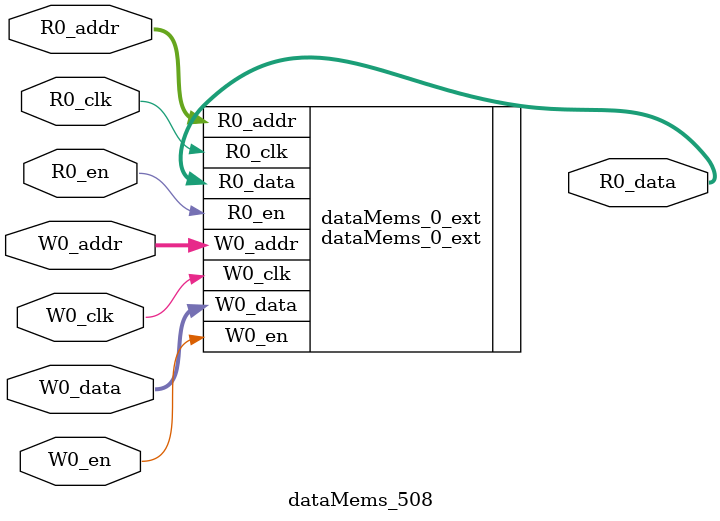
<source format=sv>
`ifndef RANDOMIZE
  `ifdef RANDOMIZE_REG_INIT
    `define RANDOMIZE
  `endif // RANDOMIZE_REG_INIT
`endif // not def RANDOMIZE
`ifndef RANDOMIZE
  `ifdef RANDOMIZE_MEM_INIT
    `define RANDOMIZE
  `endif // RANDOMIZE_MEM_INIT
`endif // not def RANDOMIZE

`ifndef RANDOM
  `define RANDOM $random
`endif // not def RANDOM

// Users can define 'PRINTF_COND' to add an extra gate to prints.
`ifndef PRINTF_COND_
  `ifdef PRINTF_COND
    `define PRINTF_COND_ (`PRINTF_COND)
  `else  // PRINTF_COND
    `define PRINTF_COND_ 1
  `endif // PRINTF_COND
`endif // not def PRINTF_COND_

// Users can define 'ASSERT_VERBOSE_COND' to add an extra gate to assert error printing.
`ifndef ASSERT_VERBOSE_COND_
  `ifdef ASSERT_VERBOSE_COND
    `define ASSERT_VERBOSE_COND_ (`ASSERT_VERBOSE_COND)
  `else  // ASSERT_VERBOSE_COND
    `define ASSERT_VERBOSE_COND_ 1
  `endif // ASSERT_VERBOSE_COND
`endif // not def ASSERT_VERBOSE_COND_

// Users can define 'STOP_COND' to add an extra gate to stop conditions.
`ifndef STOP_COND_
  `ifdef STOP_COND
    `define STOP_COND_ (`STOP_COND)
  `else  // STOP_COND
    `define STOP_COND_ 1
  `endif // STOP_COND
`endif // not def STOP_COND_

// Users can define INIT_RANDOM as general code that gets injected into the
// initializer block for modules with registers.
`ifndef INIT_RANDOM
  `define INIT_RANDOM
`endif // not def INIT_RANDOM

// If using random initialization, you can also define RANDOMIZE_DELAY to
// customize the delay used, otherwise 0.002 is used.
`ifndef RANDOMIZE_DELAY
  `define RANDOMIZE_DELAY 0.002
`endif // not def RANDOMIZE_DELAY

// Define INIT_RANDOM_PROLOG_ for use in our modules below.
`ifndef INIT_RANDOM_PROLOG_
  `ifdef RANDOMIZE
    `ifdef VERILATOR
      `define INIT_RANDOM_PROLOG_ `INIT_RANDOM
    `else  // VERILATOR
      `define INIT_RANDOM_PROLOG_ `INIT_RANDOM #`RANDOMIZE_DELAY begin end
    `endif // VERILATOR
  `else  // RANDOMIZE
    `define INIT_RANDOM_PROLOG_
  `endif // RANDOMIZE
`endif // not def INIT_RANDOM_PROLOG_

// Include register initializers in init blocks unless synthesis is set
`ifndef SYNTHESIS
  `ifndef ENABLE_INITIAL_REG_
    `define ENABLE_INITIAL_REG_
  `endif // not def ENABLE_INITIAL_REG_
`endif // not def SYNTHESIS

// Include rmemory initializers in init blocks unless synthesis is set
`ifndef SYNTHESIS
  `ifndef ENABLE_INITIAL_MEM_
    `define ENABLE_INITIAL_MEM_
  `endif // not def ENABLE_INITIAL_MEM_
`endif // not def SYNTHESIS

module dataMems_508(	// @[generators/ara/src/main/scala/UnsafeAXI4ToTL.scala:365:62]
  input  [4:0]  R0_addr,
  input         R0_en,
  input         R0_clk,
  output [66:0] R0_data,
  input  [4:0]  W0_addr,
  input         W0_en,
  input         W0_clk,
  input  [66:0] W0_data
);

  dataMems_0_ext dataMems_0_ext (	// @[generators/ara/src/main/scala/UnsafeAXI4ToTL.scala:365:62]
    .R0_addr (R0_addr),
    .R0_en   (R0_en),
    .R0_clk  (R0_clk),
    .R0_data (R0_data),
    .W0_addr (W0_addr),
    .W0_en   (W0_en),
    .W0_clk  (W0_clk),
    .W0_data (W0_data)
  );
endmodule


</source>
